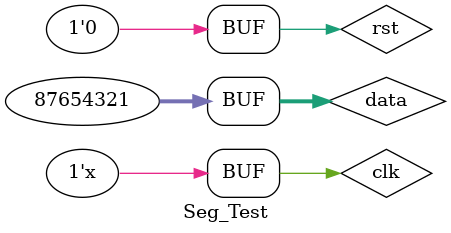
<source format=v>
`timescale 1ns / 1ps


module Seg_Test();
    reg clk;
    reg rst;
    integer data;
    
    wire [7:0] en;
    wire [7:0] out;
    
    seg seg_instance(
        .clk(clk),
        .rst(rst),
        .data(data),
        .en(en),
        .out(out)
    );

    always #10 clk = ~clk; 

    initial begin
        clk = 1'b0;
        rst = 1'b1;
        data = 0;

        #100 rst = 1'b0;

        #500 data = 87654321;
    end
endmodule

</source>
